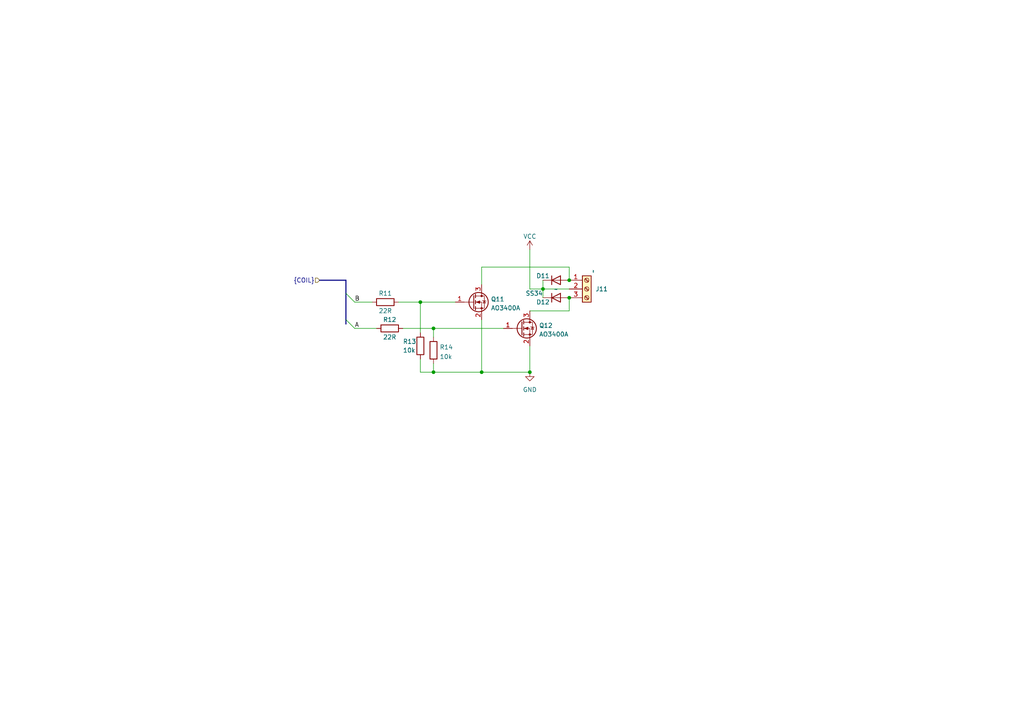
<source format=kicad_sch>
(kicad_sch (version 20231120) (generator "eeschema") (generator_version "8.0")
  (paper "A4")
  (lib_symbols
    (symbol "Connector:Screw_Terminal_01x03" (pin_names (offset 1.016) hide)
      (property "Reference" "J" (at 0 5.08 0))
      (property "Value" "Screw_Terminal_01x03" (at 0 -5.08 0))
      (symbol "Screw_Terminal_01x03_1_1"
        (rectangle (start -1.27 3.81) (end 1.27 -3.81) (stroke (width 0.254)) (fill (type background)))
        (circle (center 0 -2.54) (radius 0.635) (stroke (width 0.1524)))
        (polyline (pts (xy -0.5334 -2.2098) (xy 0.3302 -3.048)) (stroke (width 0.1524)))
        (polyline (pts (xy -0.5334 0.3302) (xy 0.3302 -0.508)) (stroke (width 0.1524)))
        (polyline (pts (xy -0.5334 2.8702) (xy 0.3302 2.032)) (stroke (width 0.1524)))
        (polyline (pts (xy -0.3556 -2.032) (xy 0.508 -2.8702)) (stroke (width 0.1524)))
        (polyline (pts (xy -0.3556 0.508) (xy 0.508 -0.3302)) (stroke (width 0.1524)))
        (polyline (pts (xy -0.3556 3.048) (xy 0.508 2.2098)) (stroke (width 0.1524)))
        (circle (center 0 0) (radius 0.635) (stroke (width 0.1524)))
        (circle (center 0 2.54) (radius 0.635) (stroke (width 0.1524)))
        (pin passive line (at -5.08 2.54 0) (length 3.81) (name "Pin_1") (number "1"))
        (pin passive line (at -5.08 0 0) (length 3.81) (name "Pin_2") (number "2"))
        (pin passive line (at -5.08 -2.54 0) (length 3.81) (name "Pin_3") (number "3"))
      )
    )
    (symbol "Device:D" (pin_numbers hide) (pin_names (offset 1.016) hide)
      (property "Reference" "D" (at 0 2.54 0))
      (property "Value" "D" (at 0 -2.54 0))
      (symbol "D_0_1"
        (polyline (pts (xy -1.27 1.27) (xy -1.27 -1.27)) (stroke (width 0.254)))
        (polyline (pts (xy 1.27 0) (xy -1.27 0)))
        (polyline (pts (xy 1.27 1.27) (xy 1.27 -1.27) (xy -1.27 0) (xy 1.27 1.27)) (stroke (width 0.254)))
      )
      (symbol "D_1_1"
        (pin passive line (at -3.81 0 0) (length 2.54) (name "K") (number "1"))
        (pin passive line (at 3.81 0 180) (length 2.54) (name "A") (number "2"))
      )
    )
    (symbol "Device:R" (pin_numbers hide) (pin_names (offset 0))
      (property "Reference" "R" (at 2.032 0 90))
      (property "Value" "R" (at 0 0 90))
      (symbol "R_0_1"
        (rectangle (start -1.016 -2.54) (end 1.016 2.54) (stroke (width 0.254)))
      )
      (symbol "R_1_1"
        (pin passive line (at 0 3.81 270) (length 1.27) (name "~") (number "1"))
        (pin passive line (at 0 -3.81 90) (length 1.27) (name "~") (number "2"))
      )
    )
    (symbol "Transistor_FET:AO3400A" (pin_names hide)
      (property "Reference" "Q" (at 5.08 1.905 0))
      (property "Value" "AO3400A" (at 5.08 0 0))
      (symbol "AO3400A_0_1"
        (polyline (pts (xy 0.254 0) (xy -2.54 0)))
        (polyline (pts (xy 0.254 1.905) (xy 0.254 -1.905)) (stroke (width 0.254)))
        (polyline (pts (xy 0.762 -1.27) (xy 0.762 -2.286)) (stroke (width 0.254)))
        (polyline (pts (xy 0.762 0.508) (xy 0.762 -0.508)) (stroke (width 0.254)))
        (polyline (pts (xy 0.762 2.286) (xy 0.762 1.27)) (stroke (width 0.254)))
        (polyline (pts (xy 2.54 2.54) (xy 2.54 1.778)))
        (polyline (pts (xy 2.54 -2.54) (xy 2.54 0) (xy 0.762 0)))
        (polyline (pts (xy 0.762 -1.778) (xy 3.302 -1.778) (xy 3.302 1.778) (xy 0.762 1.778)))
        (polyline (pts (xy 1.016 0) (xy 2.032 0.381) (xy 2.032 -0.381) (xy 1.016 0)) (fill (type outline)))
        (polyline (pts (xy 2.794 0.508) (xy 2.921 0.381) (xy 3.683 0.381) (xy 3.81 0.254)))
        (polyline (pts (xy 3.302 0.381) (xy 2.921 -0.254) (xy 3.683 -0.254) (xy 3.302 0.381)))
        (circle (center 1.651 0) (radius 2.794) (stroke (width 0.254)))
        (circle (center 2.54 -1.778) (radius 0.254) (fill (type outline)))
        (circle (center 2.54 1.778) (radius 0.254) (fill (type outline)))
      )
      (symbol "AO3400A_1_1"
        (pin input line (at -5.08 0 0) (length 2.54) (name "G") (number "1"))
        (pin passive line (at 2.54 -5.08 90) (length 2.54) (name "S") (number "2"))
        (pin passive line (at 2.54 5.08 270) (length 2.54) (name "D") (number "3"))
      )
    )
    (symbol "power:GND" (power) (pin_numbers hide) (pin_names (offset 0) hide)
      (property "Value" "GND" (at 0 -3.81 0))
      (symbol "GND_0_1"
        (polyline (pts (xy 0 0) (xy 0 -1.27) (xy 1.27 -1.27) (xy 0 -2.54) (xy -1.27 -1.27) (xy 0 -1.27)))
      )
      (symbol "GND_1_1"
        (pin power_in line (at 0 0 270) (length 0) (name "~") (number "1"))
      )
    )
    (symbol "power:VCC" (power) (pin_numbers hide) (pin_names (offset 0) hide)
      (property "Value" "VCC" (at 0 3.556 0))
      (symbol "VCC_0_1"
        (polyline (pts (xy -0.762 1.27) (xy 0 2.54)))
        (polyline (pts (xy 0 0) (xy 0 2.54)))
        (polyline (pts (xy 0 2.54) (xy 0.762 1.27)))
      )
      (symbol "VCC_1_1"
        (pin power_in line (at 0 0 90) (length 0) (name "~") (number "1"))
      )
    )
  )
  (bus_alias "COIL" (members "A" "B"))
  (junction (at 153.67 107.95))
  (junction (at 125.73 107.95))
  (junction (at 157.48 83.82))
  (junction (at 125.73 95.25))
  (junction (at 165.1 81.28))
  (junction (at 139.7 107.95))
  (junction (at 165.1 86.36))
  (junction (at 121.92 87.63))
  (bus_entry (at 100.33 85.09) (size 2.54 2.54))
  (bus_entry (at 100.33 92.71) (size 2.54 2.54))
  (wire (pts (xy 102.87 87.63) (xy 107.95 87.63)))
  (wire (pts (xy 125.73 97.79) (xy 125.73 95.25)))
  (bus (pts (xy 100.33 85.09) (xy 100.33 81.28)))
  (wire (pts (xy 125.73 107.95) (xy 139.7 107.95)))
  (wire (pts (xy 153.67 72.39) (xy 153.67 83.82)))
  (wire (pts (xy 153.67 100.33) (xy 153.67 107.95)))
  (wire (pts (xy 157.48 81.28) (xy 157.48 83.82)))
  (wire (pts (xy 157.48 83.82) (xy 157.48 86.36)))
  (wire (pts (xy 139.7 92.71) (xy 139.7 107.95)))
  (wire (pts (xy 165.1 77.47) (xy 165.1 81.28)))
  (wire (pts (xy 157.48 83.82) (xy 165.1 83.82)))
  (wire (pts (xy 115.57 87.63) (xy 121.92 87.63)))
  (wire (pts (xy 125.73 95.25) (xy 146.05 95.25)))
  (wire (pts (xy 165.1 86.36) (xy 165.1 90.17)))
  (wire (pts (xy 139.7 77.47) (xy 165.1 77.47)))
  (wire (pts (xy 153.67 83.82) (xy 157.48 83.82)))
  (wire (pts (xy 139.7 107.95) (xy 153.67 107.95)))
  (wire (pts (xy 153.67 90.17) (xy 165.1 90.17)))
  (wire (pts (xy 139.7 77.47) (xy 139.7 82.55)))
  (bus (pts (xy 92.71 81.28) (xy 100.33 81.28)))
  (wire (pts (xy 121.92 87.63) (xy 132.08 87.63)))
  (wire (pts (xy 121.92 104.14) (xy 121.92 107.95)))
  (wire (pts (xy 102.87 95.25) (xy 109.22 95.25)))
  (bus (pts (xy 100.33 93.98) (xy 100.33 92.71)))
  (wire (pts (xy 125.73 105.41) (xy 125.73 107.95)))
  (bus (pts (xy 100.33 92.71) (xy 100.33 85.09)))
  (wire (pts (xy 116.84 95.25) (xy 125.73 95.25)))
  (wire (pts (xy 121.92 87.63) (xy 121.92 96.52)))
  (wire (pts (xy 121.92 107.95) (xy 125.73 107.95)))
  (label "A" (at 102.87 95.25 0))
  (label "B" (at 102.87 87.63 0))
  (hierarchical_label "{COIL}" (shape input) (at 92.71 81.28 180))
  (symbol (lib_id "Device:R") (at 125.73 101.6 180) (unit 1)
    (property "Reference" "R14" (at 127.508 100.6915 0) (effects (justify right)))
    (property "Value" "10k" (at 127.508 103.4666 0) (effects (justify right)))
    (property "Footprint" "Resistor_SMD:R_0603_1608Metric_Pad0.98x0.95mm_HandSolder" (effects (hide yes)))
    (property "JLCPCB Part#" "C25804" (effects (hide yes)))
    (instances (project "oneFit" (path "" (reference "R14") (unit 1)) (path "" (reference "R24") (unit 1))))
  )
  (symbol (lib_id "power:GND") (at 153.67 107.95 0) (unit 1)
    (property "Reference" "#PWR020" (effects (hide yes)))
    (property "Value" "GND" (at 153.67 113.03 0))
    (property "Description" "Power symbol creates a global label with name \"GND\" , ground" (effects (hide yes)))
    (instances (project "oneFit" (path "" (reference "#PWR020") (unit 1)) (path "" (reference "#PWR022") (unit 1))))
  )
  (symbol (lib_id "Transistor_FET:AO3400A") (at 151.13 95.25 0) (unit 1)
    (property "Reference" "Q12" (at 156.337 94.4153 0) (effects (justify left)))
    (property "Value" "AO3400A" (at 156.337 96.9522 0) (effects (justify left)))
    (property "Footprint" "Package_TO_SOT_SMD:SOT-23" (effects (hide yes)))
    (property "Datasheet" "http://www.aosmd.com/pdfs/datasheet/AO3400A.pdf" (effects (hide yes)))
    (property "JLCPCB Part#" "C20917" (effects (hide yes)))
    (instances (project "oneFit" (path "" (reference "Q12") (unit 1)) (path "" (reference "Q22") (unit 1))))
  )
  (symbol (lib_id "Connector:Screw_Terminal_01x03") (at 170.18 83.82 0) (unit 1)
    (property "Reference" "J11" (at 172.72 83.82 0) (effects (justify left)))
    (property "Value" "~" (at 172.0466 79.248 90) (effects (justify left)))
    (property "Footprint" "Connector_Phoenix_MC:PhoenixContact_MC_1,5_3-G-3.5_1x03_P3.50mm_Horizontal" (effects (hide yes)))
    (property "JLCPCB Part#" "C880573" (effects (hide yes)))
    (instances (project "oneFit" (path "" (reference "J11") (unit 1)) (path "" (reference "J21") (unit 1))))
  )
  (symbol (lib_id "Device:D") (at 161.29 86.36 0) (unit 1)
    (property "Reference" "D12" (at 157.48 87.63 0))
    (property "Value" "~" (at 161.29 83.8986 0))
    (property "Footprint" "Diode_SMD:D_SMA" (effects (hide yes)))
    (property "JLCPCB Part#" "C8678" (effects (hide yes)))
    (instances (project "oneFit" (path "" (reference "D12") (unit 1)) (path "" (reference "D22") (unit 1))))
  )
  (symbol (lib_id "Device:R") (at 111.76 87.63 90) (unit 1)
    (property "Reference" "R11" (at 111.76 85.09 90))
    (property "Value" "22R" (at 111.76 90.17 90))
    (property "Footprint" "Resistor_SMD:R_0603_1608Metric_Pad0.98x0.95mm_HandSolder" (effects (hide yes)))
    (property "JLCPCB Part#" "C23345" (effects (hide yes)))
    (instances (project "oneFit" (path "" (reference "R11") (unit 1)) (path "" (reference "R21") (unit 1))))
  )
  (symbol (lib_id "Device:R") (at 121.92 100.33 180) (unit 1)
    (property "Reference" "R13" (at 116.84 99.06 0) (effects (justify right)))
    (property "Value" "10k" (at 116.84 101.6 0) (effects (justify right)))
    (property "Footprint" "Resistor_SMD:R_0603_1608Metric_Pad0.98x0.95mm_HandSolder" (effects (hide yes)))
    (property "JLCPCB Part#" "C25804" (effects (hide yes)))
    (instances (project "oneFit" (path "" (reference "R13") (unit 1)) (path "" (reference "R23") (unit 1))))
  )
  (symbol (lib_id "Device:D") (at 161.29 81.28 0) (unit 1)
    (property "Reference" "D11" (at 157.48 80.01 0))
    (property "Value" "SS34" (at 154.94 85.09 0))
    (property "Footprint" "Diode_SMD:D_SMA" (effects (hide yes)))
    (property "JLCPCB Part#" "C8678" (effects (hide yes)))
    (instances (project "oneFit" (path "" (reference "D11") (unit 1)) (path "" (reference "D21") (unit 1))))
  )
  (symbol (lib_id "Device:R") (at 113.03 95.25 90) (unit 1)
    (property "Reference" "R12" (at 113.03 92.71 90))
    (property "Value" "22R" (at 113.03 97.79 90))
    (property "Footprint" "Resistor_SMD:R_0603_1608Metric_Pad0.98x0.95mm_HandSolder" (effects (hide yes)))
    (property "JLCPCB Part#" "C23345" (effects (hide yes)))
    (instances (project "oneFit" (path "" (reference "R12") (unit 1)) (path "" (reference "R22") (unit 1))))
  )
  (symbol (lib_id "Transistor_FET:AO3400A") (at 137.16 87.63 0) (unit 1)
    (property "Reference" "Q11" (at 142.367 86.7953 0) (effects (justify left)))
    (property "Value" "AO3400A" (at 142.367 89.3322 0) (effects (justify left)))
    (property "Footprint" "Package_TO_SOT_SMD:SOT-23" (effects (hide yes)))
    (property "Datasheet" "http://www.aosmd.com/pdfs/datasheet/AO3400A.pdf" (effects (hide yes)))
    (property "JLCPCB Part#" "C20917" (effects (hide yes)))
    (instances (project "oneFit" (path "" (reference "Q11") (unit 1)) (path "" (reference "Q21") (unit 1))))
  )
  (symbol (lib_id "power:VCC") (at 153.67 72.39 0) (unit 1)
    (property "Reference" "#PWR019" (effects (hide yes)))
    (property "Value" "VCC" (at 153.67 68.58 0))
    (property "Description" "Power symbol creates a global label with name \"VCC\"" (effects (hide yes)))
    (instances (project "oneFit" (path "" (reference "#PWR019") (unit 1)) (path "" (reference "#PWR021") (unit 1))))
  )
)
</source>
